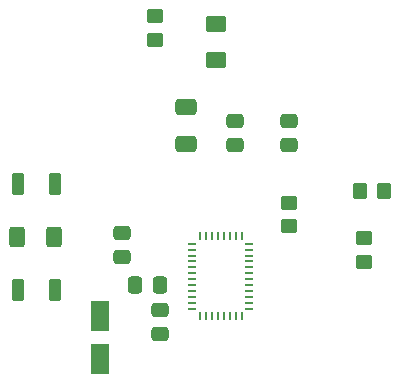
<source format=gbr>
%TF.GenerationSoftware,KiCad,Pcbnew,(6.0.4)*%
%TF.CreationDate,2024-04-18T18:30:19+02:00*%
%TF.ProjectId,focBLDCdrv,666f6342-4c44-4436-9472-762e6b696361,rev?*%
%TF.SameCoordinates,Original*%
%TF.FileFunction,Paste,Top*%
%TF.FilePolarity,Positive*%
%FSLAX46Y46*%
G04 Gerber Fmt 4.6, Leading zero omitted, Abs format (unit mm)*
G04 Created by KiCad (PCBNEW (6.0.4)) date 2024-04-18 18:30:19*
%MOMM*%
%LPD*%
G01*
G04 APERTURE LIST*
G04 Aperture macros list*
%AMRoundRect*
0 Rectangle with rounded corners*
0 $1 Rounding radius*
0 $2 $3 $4 $5 $6 $7 $8 $9 X,Y pos of 4 corners*
0 Add a 4 corners polygon primitive as box body*
4,1,4,$2,$3,$4,$5,$6,$7,$8,$9,$2,$3,0*
0 Add four circle primitives for the rounded corners*
1,1,$1+$1,$2,$3*
1,1,$1+$1,$4,$5*
1,1,$1+$1,$6,$7*
1,1,$1+$1,$8,$9*
0 Add four rect primitives between the rounded corners*
20,1,$1+$1,$2,$3,$4,$5,0*
20,1,$1+$1,$4,$5,$6,$7,0*
20,1,$1+$1,$6,$7,$8,$9,0*
20,1,$1+$1,$8,$9,$2,$3,0*%
G04 Aperture macros list end*
%ADD10RoundRect,0.250000X-0.475000X0.337500X-0.475000X-0.337500X0.475000X-0.337500X0.475000X0.337500X0*%
%ADD11RoundRect,0.250000X-0.350000X-0.450000X0.350000X-0.450000X0.350000X0.450000X-0.350000X0.450000X0*%
%ADD12RoundRect,0.250000X-0.450000X0.350000X-0.450000X-0.350000X0.450000X-0.350000X0.450000X0.350000X0*%
%ADD13RoundRect,0.250000X0.475000X-0.337500X0.475000X0.337500X-0.475000X0.337500X-0.475000X-0.337500X0*%
%ADD14RoundRect,0.250000X0.450000X-0.350000X0.450000X0.350000X-0.450000X0.350000X-0.450000X-0.350000X0*%
%ADD15RoundRect,0.250001X0.624999X-0.462499X0.624999X0.462499X-0.624999X0.462499X-0.624999X-0.462499X0*%
%ADD16RoundRect,0.250000X-0.650000X0.412500X-0.650000X-0.412500X0.650000X-0.412500X0.650000X0.412500X0*%
%ADD17RoundRect,0.062500X-0.237500X-0.062500X0.237500X-0.062500X0.237500X0.062500X-0.237500X0.062500X0*%
%ADD18RoundRect,0.062500X0.062500X-0.237500X0.062500X0.237500X-0.062500X0.237500X-0.062500X-0.237500X0*%
%ADD19RoundRect,0.062500X0.237500X0.062500X-0.237500X0.062500X-0.237500X-0.062500X0.237500X-0.062500X0*%
%ADD20RoundRect,0.062500X-0.062500X0.237500X-0.062500X-0.237500X0.062500X-0.237500X0.062500X0.237500X0*%
%ADD21RoundRect,0.250000X-0.400000X-0.625000X0.400000X-0.625000X0.400000X0.625000X-0.400000X0.625000X0*%
%ADD22RoundRect,0.250000X-0.275000X-0.700000X0.275000X-0.700000X0.275000X0.700000X-0.275000X0.700000X0*%
%ADD23RoundRect,0.250000X0.337500X0.475000X-0.337500X0.475000X-0.337500X-0.475000X0.337500X-0.475000X0*%
%ADD24RoundRect,0.250000X-0.550000X1.050000X-0.550000X-1.050000X0.550000X-1.050000X0.550000X1.050000X0*%
G04 APERTURE END LIST*
D10*
%TO.C,C2*%
X143100000Y-110662500D03*
X143100000Y-112737500D03*
%TD*%
D11*
%TO.C,R4*%
X160100000Y-100600000D03*
X162100000Y-100600000D03*
%TD*%
D12*
%TO.C,R2*%
X142700000Y-85800000D03*
X142700000Y-87800000D03*
%TD*%
D13*
%TO.C,C7*%
X154100000Y-96737500D03*
X154100000Y-94662500D03*
%TD*%
%TO.C,C6*%
X149500000Y-96737500D03*
X149500000Y-94662500D03*
%TD*%
D14*
%TO.C,R1*%
X154100000Y-103600000D03*
X154100000Y-101600000D03*
%TD*%
D15*
%TO.C,D1*%
X147900000Y-89487500D03*
X147900000Y-86512500D03*
%TD*%
D16*
%TO.C,C5*%
X145300000Y-93537500D03*
X145300000Y-96662500D03*
%TD*%
D17*
%TO.C,U1*%
X145890000Y-105080000D03*
X145890000Y-105580000D03*
X145890000Y-106080000D03*
X145890000Y-106580000D03*
X145890000Y-107080000D03*
X145890000Y-107580000D03*
X145890000Y-108080000D03*
X145890000Y-108580000D03*
X145890000Y-109080000D03*
X145890000Y-109580000D03*
X145890000Y-110080000D03*
X145890000Y-110580000D03*
D18*
X146560000Y-111230000D03*
X147060000Y-111230000D03*
X147560000Y-111230000D03*
X148060000Y-111230000D03*
X148560000Y-111230000D03*
X149060000Y-111230000D03*
X149560000Y-111230000D03*
X150060000Y-111230000D03*
D19*
X150710000Y-110580000D03*
X150710000Y-110080000D03*
X150710000Y-109580000D03*
X150710000Y-109080000D03*
X150710000Y-108580000D03*
X150710000Y-108080000D03*
X150710000Y-107580000D03*
X150710000Y-107080000D03*
X150710000Y-106580000D03*
X150710000Y-106080000D03*
X150710000Y-105580000D03*
X150710000Y-105080000D03*
D20*
X150060000Y-104430000D03*
X149560000Y-104430000D03*
X149060000Y-104430000D03*
X148560000Y-104430000D03*
X148060000Y-104430000D03*
X147560000Y-104430000D03*
X147060000Y-104430000D03*
X146560000Y-104430000D03*
%TD*%
D21*
%TO.C,R3*%
X131050000Y-104500000D03*
X134150000Y-104500000D03*
%TD*%
D22*
%TO.C,L2*%
X131125000Y-109000000D03*
X134275000Y-109000000D03*
%TD*%
D13*
%TO.C,C4*%
X139900000Y-106237500D03*
X139900000Y-104162500D03*
%TD*%
D12*
%TO.C,R5*%
X160400000Y-104600000D03*
X160400000Y-106600000D03*
%TD*%
D22*
%TO.C,L1*%
X131125000Y-100000000D03*
X134275000Y-100000000D03*
%TD*%
D23*
%TO.C,C3*%
X143137500Y-108600000D03*
X141062500Y-108600000D03*
%TD*%
D24*
%TO.C,C1*%
X138100000Y-111200000D03*
X138100000Y-114800000D03*
%TD*%
M02*

</source>
